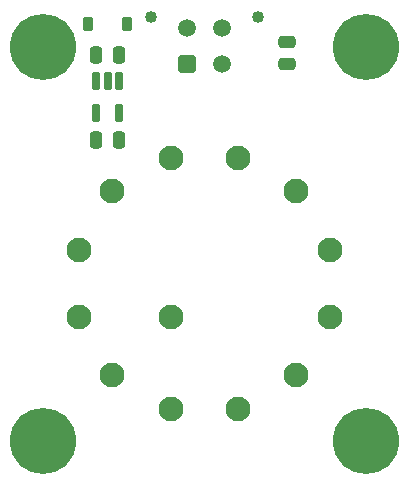
<source format=gbr>
%TF.GenerationSoftware,KiCad,Pcbnew,9.0.4*%
%TF.CreationDate,2026-01-27T14:59:29+00:00*%
%TF.ProjectId,rotary-switch,726f7461-7279-42d7-9377-697463682e6b,rev?*%
%TF.SameCoordinates,Original*%
%TF.FileFunction,Soldermask,Bot*%
%TF.FilePolarity,Negative*%
%FSLAX46Y46*%
G04 Gerber Fmt 4.6, Leading zero omitted, Abs format (unit mm)*
G04 Created by KiCad (PCBNEW 9.0.4) date 2026-01-27 14:59:29*
%MOMM*%
%LPD*%
G01*
G04 APERTURE LIST*
G04 Aperture macros list*
%AMRoundRect*
0 Rectangle with rounded corners*
0 $1 Rounding radius*
0 $2 $3 $4 $5 $6 $7 $8 $9 X,Y pos of 4 corners*
0 Add a 4 corners polygon primitive as box body*
4,1,4,$2,$3,$4,$5,$6,$7,$8,$9,$2,$3,0*
0 Add four circle primitives for the rounded corners*
1,1,$1+$1,$2,$3*
1,1,$1+$1,$4,$5*
1,1,$1+$1,$6,$7*
1,1,$1+$1,$8,$9*
0 Add four rect primitives between the rounded corners*
20,1,$1+$1,$2,$3,$4,$5,0*
20,1,$1+$1,$4,$5,$6,$7,0*
20,1,$1+$1,$6,$7,$8,$9,0*
20,1,$1+$1,$8,$9,$2,$3,0*%
G04 Aperture macros list end*
%ADD10C,5.600000*%
%ADD11C,2.100000*%
%ADD12RoundRect,0.250000X0.475000X-0.250000X0.475000X0.250000X-0.475000X0.250000X-0.475000X-0.250000X0*%
%ADD13RoundRect,0.225000X-0.225000X-0.375000X0.225000X-0.375000X0.225000X0.375000X-0.225000X0.375000X0*%
%ADD14C,1.020000*%
%ADD15RoundRect,0.250001X-0.499999X-0.499999X0.499999X-0.499999X0.499999X0.499999X-0.499999X0.499999X0*%
%ADD16C,1.500000*%
%ADD17RoundRect,0.250000X-0.250000X-0.475000X0.250000X-0.475000X0.250000X0.475000X-0.250000X0.475000X0*%
%ADD18RoundRect,0.162500X-0.162500X0.617500X-0.162500X-0.617500X0.162500X-0.617500X0.162500X0.617500X0*%
G04 APERTURE END LIST*
D10*
%TO.C,H2*%
X124917220Y-37257780D03*
%TD*%
D11*
%TO.C,SW1*%
X108347000Y-67875000D03*
X103416000Y-65028000D03*
X100569000Y-60097000D03*
X100569000Y-54403000D03*
X103416000Y-49472000D03*
X108347000Y-46625000D03*
X114041000Y-46625000D03*
X118972000Y-49472000D03*
X121819000Y-54403000D03*
X121819000Y-60097000D03*
X118972000Y-65028000D03*
X114041000Y-67875000D03*
X108366000Y-60078000D03*
%TD*%
D10*
%TO.C,H4*%
X124892220Y-70632780D03*
%TD*%
%TO.C,H1*%
X97517220Y-37257780D03*
%TD*%
%TO.C,H3*%
X97517220Y-70632780D03*
%TD*%
D12*
%TO.C,C1*%
X118210000Y-38679999D03*
X118210000Y-36780001D03*
%TD*%
D13*
%TO.C,D1*%
X101349996Y-35300003D03*
X104650004Y-35299997D03*
%TD*%
D14*
%TO.C,J1*%
X106693997Y-34730000D03*
X115693996Y-34729998D03*
D15*
X109693997Y-38670000D03*
D16*
X112694003Y-38670010D03*
X109694007Y-35669994D03*
X112694001Y-35670002D03*
%TD*%
D17*
%TO.C,C2*%
X102050001Y-37900000D03*
X103949999Y-37900000D03*
%TD*%
D18*
%TO.C,U1*%
X102050000Y-40150000D03*
X103000000Y-40150000D03*
X103950000Y-40150000D03*
X103950000Y-42850000D03*
X102050000Y-42850000D03*
%TD*%
D17*
%TO.C,C3*%
X102050000Y-45100000D03*
X103950000Y-45100000D03*
%TD*%
M02*

</source>
